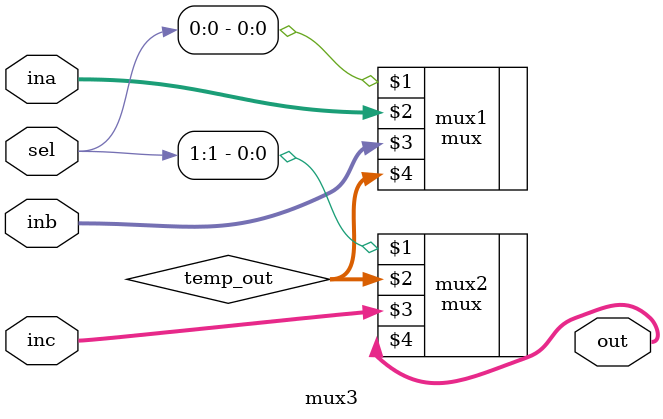
<source format=v>
module mux3(sel, ina, inb, inc, out);
    parameter DATA_LENGTH = 8;
    
    input [1:0] sel;
    input [DATA_LENGTH-1:0] ina;
    input [DATA_LENGTH-1:0] inb;
    input [DATA_LENGTH-1:0] inc;
    output [DATA_LENGTH-1:0] out;
    
    wire [DATA_LENGTH-1:0] temp_out;
    
    // First level mux between ina and inb based on sel[0]
    mux #(DATA_LENGTH) mux1(sel[0], ina, inb, temp_out);
    
    // Second level mux between temp_out and inc based on sel[1]
    mux #(DATA_LENGTH) mux2(sel[1], temp_out, inc, out);
endmodule
</source>
